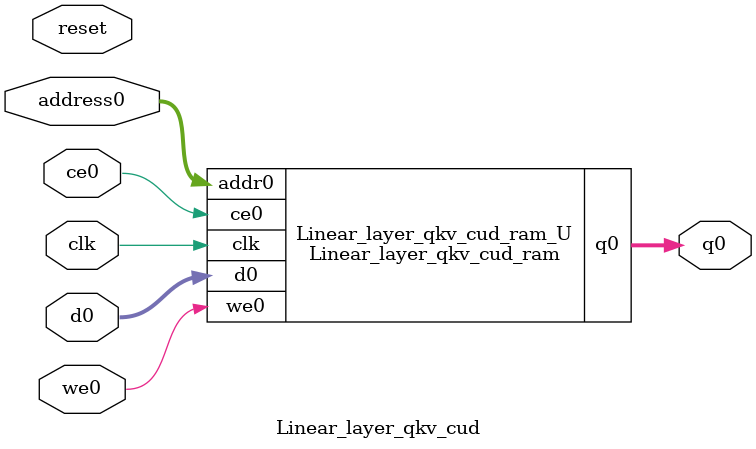
<source format=v>
`timescale 1 ns / 1 ps
module Linear_layer_qkv_cud_ram (addr0, ce0, d0, we0, q0,  clk);

parameter DWIDTH = 32;
parameter AWIDTH = 10;
parameter MEM_SIZE = 768;

input[AWIDTH-1:0] addr0;
input ce0;
input[DWIDTH-1:0] d0;
input we0;
output reg[DWIDTH-1:0] q0;
input clk;

(* ram_style = "block" *)reg [DWIDTH-1:0] ram[0:MEM_SIZE-1];




always @(posedge clk)  
begin 
    if (ce0) begin
        if (we0) 
            ram[addr0] <= d0; 
        q0 <= ram[addr0];
    end
end


endmodule

`timescale 1 ns / 1 ps
module Linear_layer_qkv_cud(
    reset,
    clk,
    address0,
    ce0,
    we0,
    d0,
    q0);

parameter DataWidth = 32'd32;
parameter AddressRange = 32'd768;
parameter AddressWidth = 32'd10;
input reset;
input clk;
input[AddressWidth - 1:0] address0;
input ce0;
input we0;
input[DataWidth - 1:0] d0;
output[DataWidth - 1:0] q0;



Linear_layer_qkv_cud_ram Linear_layer_qkv_cud_ram_U(
    .clk( clk ),
    .addr0( address0 ),
    .ce0( ce0 ),
    .we0( we0 ),
    .d0( d0 ),
    .q0( q0 ));

endmodule


</source>
